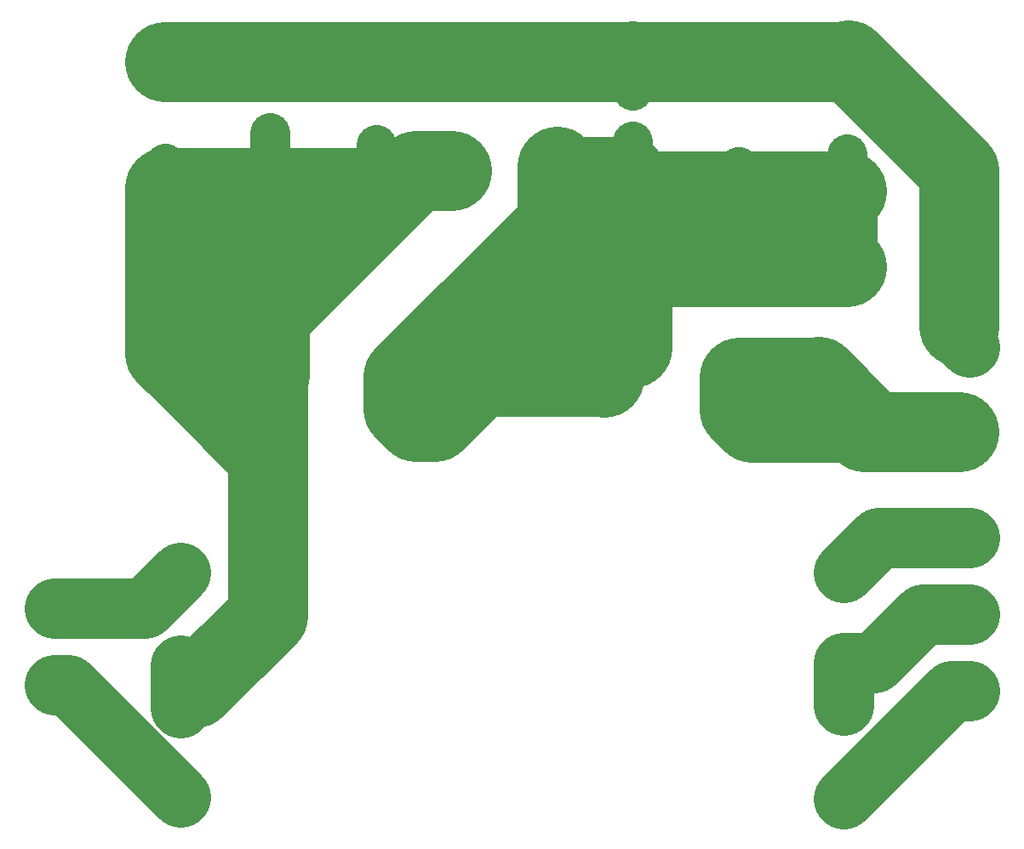
<source format=gbr>
%TF.GenerationSoftware,KiCad,Pcbnew,8.0.7+b1*%
%TF.CreationDate,2025-01-11T21:55:46+01:00*%
%TF.ProjectId,filtrafo,66696c74-7261-4666-9f2e-6b696361645f,rev?*%
%TF.SameCoordinates,Original*%
%TF.FileFunction,Copper,L1,Top*%
%TF.FilePolarity,Positive*%
%FSLAX46Y46*%
G04 Gerber Fmt 4.6, Leading zero omitted, Abs format (unit mm)*
G04 Created by KiCad (PCBNEW 8.0.7+b1) date 2025-01-11 21:55:46*
%MOMM*%
%LPD*%
G01*
G04 APERTURE LIST*
G04 Aperture macros list*
%AMRoundRect*
0 Rectangle with rounded corners*
0 $1 Rounding radius*
0 $2 $3 $4 $5 $6 $7 $8 $9 X,Y pos of 4 corners*
0 Add a 4 corners polygon primitive as box body*
4,1,4,$2,$3,$4,$5,$6,$7,$8,$9,$2,$3,0*
0 Add four circle primitives for the rounded corners*
1,1,$1+$1,$2,$3*
1,1,$1+$1,$4,$5*
1,1,$1+$1,$6,$7*
1,1,$1+$1,$8,$9*
0 Add four rect primitives between the rounded corners*
20,1,$1+$1,$2,$3,$4,$5,0*
20,1,$1+$1,$4,$5,$6,$7,0*
20,1,$1+$1,$6,$7,$8,$9,0*
20,1,$1+$1,$8,$9,$2,$3,0*%
G04 Aperture macros list end*
%TA.AperFunction,ComponentPad*%
%ADD10C,3.600000*%
%TD*%
%TA.AperFunction,ComponentPad*%
%ADD11C,3.000000*%
%TD*%
%TA.AperFunction,ComponentPad*%
%ADD12C,1.600000*%
%TD*%
%TA.AperFunction,ComponentPad*%
%ADD13C,4.000000*%
%TD*%
%TA.AperFunction,ComponentPad*%
%ADD14C,2.400000*%
%TD*%
%TA.AperFunction,ComponentPad*%
%ADD15RoundRect,0.250001X-1.549999X0.799999X-1.549999X-0.799999X1.549999X-0.799999X1.549999X0.799999X0*%
%TD*%
%TA.AperFunction,ComponentPad*%
%ADD16O,3.600000X2.100000*%
%TD*%
%TA.AperFunction,ComponentPad*%
%ADD17RoundRect,0.250001X1.549999X-0.799999X1.549999X0.799999X-1.549999X0.799999X-1.549999X-0.799999X0*%
%TD*%
%TA.AperFunction,Conductor*%
%ADD18C,6.000000*%
%TD*%
%TA.AperFunction,Conductor*%
%ADD19C,8.000000*%
%TD*%
%TA.AperFunction,Conductor*%
%ADD20C,4.000000*%
%TD*%
G04 APERTURE END LIST*
D10*
%TO.P,L4,1,1*%
%TO.N,Net-(C1-Pad1)*%
X104500000Y-96500000D03*
%TO.P,L4,2,2*%
%TO.N,Net-(J6-Pin_1)*%
X88660395Y-87355000D03*
%TD*%
D11*
%TO.P,J2,1,Pin_1*%
%TO.N,Net-(J2-Pin_1)*%
X81000000Y-111470000D03*
%TD*%
D10*
%TO.P,L3,1,1*%
%TO.N,Net-(J1-Pin_2)*%
X136670000Y-92060000D03*
%TO.P,L3,2,2*%
%TO.N,Net-(C1-Pad1)*%
X123170000Y-92060000D03*
%TD*%
D11*
%TO.P,J3,1,Pin_1*%
%TO.N,Net-(J12-Pin_2)*%
X147000000Y-124700000D03*
%TD*%
D12*
%TO.P,C14,1*%
%TO.N,Net-(J6-Pin_1)*%
X108000000Y-71500000D03*
%TO.P,C14,2*%
%TO.N,GND*%
X108000000Y-61500000D03*
%TD*%
D13*
%TO.P,L5,1,1*%
%TO.N,Net-(C1-Pad1)*%
X110830000Y-92000000D03*
%TO.P,L5,2,2*%
%TO.N,Net-(J6-Pin_1)*%
X81830000Y-92000000D03*
%TD*%
D14*
%TO.P,C11,1*%
%TO.N,Net-(J6-Pin_1)*%
X79500000Y-81500000D03*
%TO.P,C11,2*%
%TO.N,GND*%
X79500000Y-59000000D03*
%TD*%
%TO.P,C10,1*%
%TO.N,Net-(J6-Pin_1)*%
X100490000Y-73500000D03*
%TO.P,C10,2*%
%TO.N,GND*%
X100490000Y-58500000D03*
%TD*%
D12*
%TO.P,C7,1*%
%TO.N,Net-(C1-Pad1)*%
X126000000Y-71040000D03*
%TO.P,C7,2*%
%TO.N,GND*%
X126000000Y-61040000D03*
%TD*%
D10*
%TO.P,L6,1,1*%
%TO.N,Net-(C1-Pad1)*%
X103245000Y-92000000D03*
%TO.P,L6,2,2*%
%TO.N,Net-(J6-Pin_1)*%
X89745000Y-92000000D03*
%TD*%
D11*
%TO.P,J6,1,Pin_1*%
%TO.N,Net-(J6-Pin_1)*%
X81000000Y-124910000D03*
%TD*%
%TO.P,J11,1,Pin_1*%
%TO.N,Net-(J11-Pin_1)*%
X147000000Y-133970000D03*
%TD*%
D15*
%TO.P,J12,1,Pin_1*%
%TO.N,Net-(J12-Pin_1)*%
X159500000Y-108000000D03*
D16*
%TO.P,J12,2,Pin_2*%
%TO.N,Net-(J12-Pin_2)*%
X159500000Y-115620000D03*
%TO.P,J12,3,Pin_3*%
%TO.N,Net-(J11-Pin_1)*%
X159500000Y-123240000D03*
%TD*%
D12*
%TO.P,C15,1*%
%TO.N,Net-(C1-Pad1)*%
X118500000Y-71040000D03*
%TO.P,C15,2*%
%TO.N,GND*%
X118500000Y-61040000D03*
%TD*%
%TO.P,C12,1*%
%TO.N,Net-(J6-Pin_1)*%
X89940000Y-68500000D03*
%TO.P,C12,2*%
%TO.N,GND*%
X89940000Y-63500000D03*
%TD*%
D14*
%TO.P,C1,1*%
%TO.N,Net-(C1-Pad1)*%
X126000000Y-73540000D03*
%TO.P,C1,2*%
%TO.N,GND*%
X126000000Y-58540000D03*
%TD*%
D17*
%TO.P,J4,1,Pin_1*%
%TO.N,Net-(J4-Pin_1)*%
X68000000Y-122620000D03*
D16*
%TO.P,J4,2,Pin_2*%
%TO.N,Net-(J2-Pin_1)*%
X68000000Y-115000000D03*
%TD*%
D12*
%TO.P,C5,1*%
%TO.N,Net-(C1-Pad1)*%
X126000000Y-68500000D03*
%TO.P,C5,2*%
%TO.N,GND*%
X126000000Y-63500000D03*
%TD*%
D11*
%TO.P,J8,1,Pin_1*%
%TO.N,Net-(J12-Pin_2)*%
X147000000Y-120470000D03*
%TD*%
D15*
%TO.P,J1,1,Pin_1*%
%TO.N,GND*%
X159500000Y-89000000D03*
D16*
%TO.P,J1,2,Pin_2*%
%TO.N,Net-(J1-Pin_2)*%
X159500000Y-96620000D03*
%TD*%
D13*
%TO.P,L2,1,1*%
%TO.N,Net-(J1-Pin_2)*%
X144500000Y-92000000D03*
%TO.P,L2,2,2*%
%TO.N,Net-(C1-Pad1)*%
X115500000Y-92000000D03*
%TD*%
D11*
%TO.P,J7,1,Pin_1*%
%TO.N,Net-(J6-Pin_1)*%
X81000000Y-120700000D03*
%TD*%
%TO.P,J5,1,Pin_1*%
%TO.N,Net-(J12-Pin_1)*%
X147000000Y-111470000D03*
%TD*%
D10*
%TO.P,L1,1,1*%
%TO.N,Net-(J1-Pin_2)*%
X137919802Y-96572500D03*
%TO.P,L1,2,2*%
%TO.N,Net-(C1-Pad1)*%
X122080197Y-87427500D03*
%TD*%
D12*
%TO.P,C13,1*%
%TO.N,Net-(J6-Pin_1)*%
X100500000Y-69700000D03*
%TO.P,C13,2*%
%TO.N,GND*%
X100500000Y-62200000D03*
%TD*%
D14*
%TO.P,C8,1*%
%TO.N,Net-(J6-Pin_1)*%
X79500000Y-74000000D03*
%TO.P,C8,2*%
%TO.N,GND*%
X79500000Y-59000000D03*
%TD*%
%TO.P,C4,1*%
%TO.N,Net-(C1-Pad1)*%
X147300000Y-81040000D03*
%TO.P,C4,2*%
%TO.N,GND*%
X147300000Y-58540000D03*
%TD*%
%TO.P,C3,1*%
%TO.N,Net-(C1-Pad1)*%
X147300000Y-73540000D03*
%TO.P,C3,2*%
%TO.N,GND*%
X147300000Y-58540000D03*
%TD*%
D11*
%TO.P,J9,1,Pin_1*%
%TO.N,Net-(J4-Pin_1)*%
X81000000Y-133800000D03*
%TD*%
D14*
%TO.P,C9,1*%
%TO.N,Net-(J6-Pin_1)*%
X89940000Y-73500000D03*
%TO.P,C9,2*%
%TO.N,GND*%
X89940000Y-58500000D03*
%TD*%
D12*
%TO.P,C6,1*%
%TO.N,Net-(C1-Pad1)*%
X147350000Y-69790000D03*
%TO.P,C6,2*%
%TO.N,GND*%
X147350000Y-62290000D03*
%TD*%
D14*
%TO.P,C2,1*%
%TO.N,Net-(C1-Pad1)*%
X136550000Y-73540000D03*
%TO.P,C2,2*%
%TO.N,GND*%
X136550000Y-58540000D03*
%TD*%
D12*
%TO.P,C16,1*%
%TO.N,Net-(J6-Pin_1)*%
X89890000Y-70800000D03*
%TO.P,C16,2*%
%TO.N,GND*%
X89890000Y-60800000D03*
%TD*%
D18*
%TO.N,GND*%
X158500000Y-88000000D02*
X159500000Y-89000000D01*
D19*
X147500000Y-60500000D02*
X158500000Y-71500000D01*
X158500000Y-71500000D02*
X158500000Y-87000000D01*
D18*
X158500000Y-87000000D02*
X158500000Y-88000000D01*
D20*
X126000000Y-58540000D02*
X126000000Y-63500000D01*
D19*
X147300000Y-60700000D02*
X147500000Y-60500000D01*
X79500000Y-60700000D02*
X147300000Y-60700000D01*
D20*
%TO.N,Net-(C1-Pad1)*%
X136550000Y-73540000D02*
X136550000Y-71090000D01*
D18*
X126000000Y-81500000D02*
X130000000Y-77500000D01*
D19*
X103245000Y-92000000D02*
X117245000Y-78000000D01*
D18*
X147300000Y-73540000D02*
X147300000Y-77500000D01*
D19*
X104500000Y-96500000D02*
X106330000Y-96500000D01*
D20*
X147300000Y-69840000D02*
X147350000Y-69790000D01*
D18*
X118500000Y-71040000D02*
X126000000Y-71040000D01*
D19*
X126000000Y-81500000D02*
X115500000Y-92000000D01*
X103245000Y-95245000D02*
X104500000Y-96500000D01*
X118500000Y-71040000D02*
X118500000Y-78000000D01*
X118500000Y-84330000D02*
X110830000Y-92000000D01*
D20*
X136550000Y-71090000D02*
X136500000Y-71040000D01*
D19*
X147300000Y-81040000D02*
X126460000Y-81040000D01*
D20*
X147300000Y-73540000D02*
X147300000Y-69840000D01*
D19*
X147300000Y-73540000D02*
X126000000Y-73540000D01*
D20*
X126000000Y-73540000D02*
X126000000Y-68500000D01*
D19*
X126000000Y-73540000D02*
X126000000Y-89110000D01*
X118500000Y-78000000D02*
X118500000Y-84330000D01*
X123110000Y-92000000D02*
X123170000Y-92060000D01*
X106330000Y-96500000D02*
X110830000Y-92000000D01*
X126460000Y-81040000D02*
X126000000Y-81500000D01*
D18*
X147300000Y-77500000D02*
X147300000Y-81040000D01*
D19*
X103245000Y-92000000D02*
X103245000Y-95245000D01*
X103245000Y-92000000D02*
X123110000Y-92000000D01*
X117245000Y-78000000D02*
X118500000Y-78000000D01*
D18*
X130000000Y-77500000D02*
X147300000Y-77500000D01*
D19*
X126000000Y-73540000D02*
X126000000Y-81500000D01*
%TO.N,Net-(J6-Pin_1)*%
X108000000Y-71500000D02*
X104515395Y-71500000D01*
X89940000Y-91805000D02*
X89745000Y-92000000D01*
X89940000Y-86000000D02*
X89940000Y-91805000D01*
D20*
X100490000Y-72700000D02*
X100490000Y-68910000D01*
D19*
X79500000Y-73200000D02*
X79500000Y-89670000D01*
D20*
X89890000Y-67750000D02*
X89940000Y-67700000D01*
D19*
X100490000Y-72700000D02*
X89940000Y-83250000D01*
X79500000Y-73200000D02*
X84000000Y-73200000D01*
X81830000Y-92000000D02*
X89745000Y-99915000D01*
X99990000Y-73200000D02*
X100490000Y-72700000D01*
X89745000Y-99915000D02*
X89745000Y-102500000D01*
D18*
X81000000Y-120700000D02*
X81000000Y-124910000D01*
D19*
X89745000Y-115755000D02*
X82500000Y-123000000D01*
X89745000Y-92000000D02*
X86000000Y-92000000D01*
X89940000Y-72700000D02*
X89940000Y-86000000D01*
X84000000Y-73200000D02*
X99990000Y-73200000D01*
X84000000Y-90000000D02*
X86000000Y-92000000D01*
X86000000Y-92000000D02*
X81830000Y-92000000D01*
D18*
X101690000Y-71500000D02*
X100490000Y-72700000D01*
D19*
X104515395Y-71500000D02*
X88660395Y-87355000D01*
X84000000Y-73200000D02*
X84000000Y-90000000D01*
X89745000Y-92000000D02*
X89745000Y-102500000D01*
D20*
X89890000Y-70000000D02*
X89890000Y-67750000D01*
X79500000Y-73200000D02*
X79500000Y-70700000D01*
D19*
X89940000Y-83250000D02*
X89940000Y-86000000D01*
X79500000Y-89670000D02*
X81830000Y-92000000D01*
D18*
X108000000Y-71500000D02*
X101690000Y-71500000D01*
D20*
X100490000Y-68910000D02*
X100500000Y-68900000D01*
D19*
X89745000Y-102500000D02*
X89745000Y-115755000D01*
D18*
%TO.N,Net-(J2-Pin_1)*%
X77470000Y-115000000D02*
X68500000Y-115000000D01*
X81000000Y-111470000D02*
X77470000Y-115000000D01*
%TO.N,Net-(J4-Pin_1)*%
X81000000Y-133800000D02*
X69820000Y-122620000D01*
X69820000Y-122620000D02*
X68500000Y-122620000D01*
%TO.N,Net-(J12-Pin_1)*%
X159500000Y-108000000D02*
X150470000Y-108000000D01*
X150470000Y-108000000D02*
X147000000Y-111470000D01*
%TO.N,Net-(J12-Pin_2)*%
X147000000Y-120470000D02*
X147000000Y-124700000D01*
X159500000Y-115620000D02*
X154880000Y-115620000D01*
X150030000Y-120470000D02*
X147000000Y-120470000D01*
X154880000Y-115620000D02*
X150030000Y-120470000D01*
%TO.N,Net-(J11-Pin_1)*%
X159500000Y-123240000D02*
X157730000Y-123240000D01*
X157730000Y-123240000D02*
X147000000Y-133970000D01*
D19*
%TO.N,Net-(J1-Pin_2)*%
X148192500Y-96572500D02*
X149120000Y-97500000D01*
X136670000Y-95322698D02*
X137919802Y-96572500D01*
X136670000Y-92060000D02*
X136670000Y-95322698D01*
X136670000Y-92060000D02*
X144440000Y-92060000D01*
X149120000Y-97500000D02*
X158500000Y-97500000D01*
X144500000Y-92000000D02*
X149120000Y-96620000D01*
X137919802Y-96572500D02*
X148192500Y-96572500D01*
X144440000Y-92060000D02*
X144500000Y-92000000D01*
%TD*%
M02*

</source>
